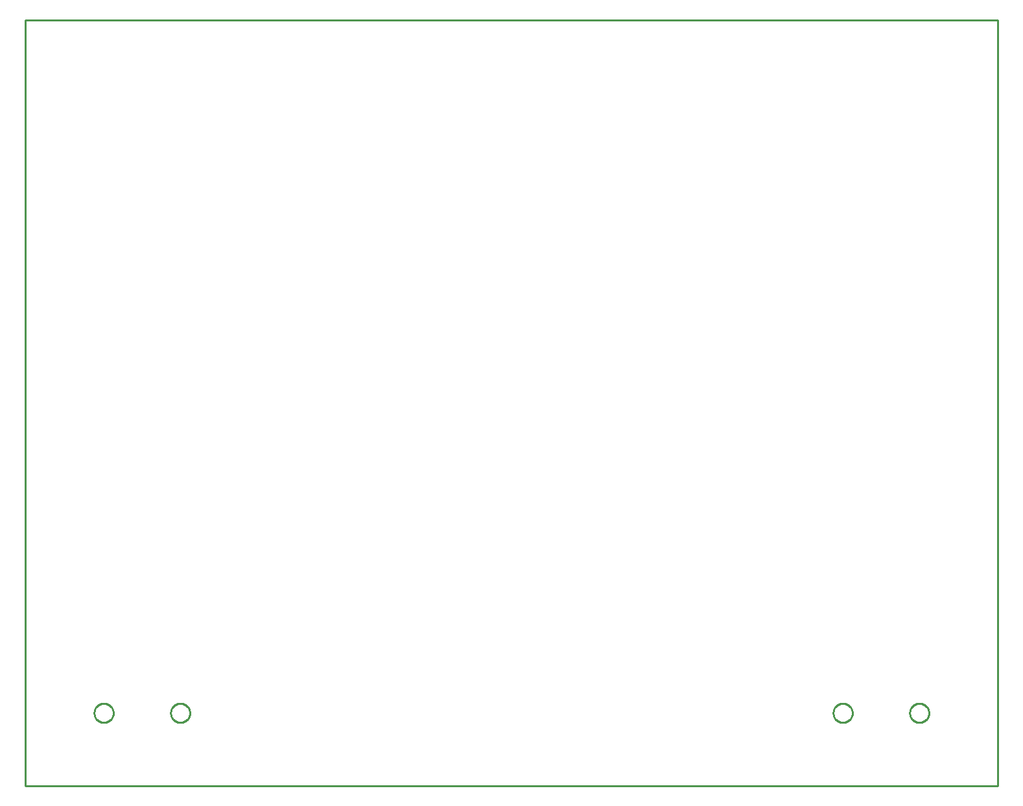
<source format=gbr>
G04 EAGLE Gerber RS-274X export*
G75*
%MOMM*%
%FSLAX34Y34*%
%LPD*%
%IN*%
%IPPOS*%
%AMOC8*
5,1,8,0,0,1.08239X$1,22.5*%
G01*
%ADD10C,0.254000*%


D10*
X0Y0D02*
X1269800Y0D01*
X1269800Y1000000D01*
X0Y1000000D01*
X0Y0D01*
X189900Y95591D02*
X189977Y96570D01*
X190131Y97541D01*
X190360Y98496D01*
X190664Y99430D01*
X191039Y100337D01*
X191485Y101212D01*
X191999Y102050D01*
X192576Y102845D01*
X193214Y103592D01*
X193908Y104286D01*
X194655Y104924D01*
X195450Y105501D01*
X196288Y106015D01*
X197163Y106461D01*
X198070Y106836D01*
X199004Y107140D01*
X199960Y107369D01*
X200930Y107523D01*
X201909Y107600D01*
X202891Y107600D01*
X203870Y107523D01*
X204841Y107369D01*
X205796Y107140D01*
X206730Y106836D01*
X207637Y106461D01*
X208512Y106015D01*
X209350Y105501D01*
X210145Y104924D01*
X210892Y104286D01*
X211586Y103592D01*
X212224Y102845D01*
X212801Y102050D01*
X213315Y101212D01*
X213761Y100337D01*
X214136Y99430D01*
X214440Y98496D01*
X214669Y97541D01*
X214823Y96570D01*
X214900Y95591D01*
X214900Y94609D01*
X214823Y93630D01*
X214669Y92660D01*
X214440Y91704D01*
X214136Y90770D01*
X213761Y89863D01*
X213315Y88988D01*
X212801Y88150D01*
X212224Y87355D01*
X211586Y86608D01*
X210892Y85914D01*
X210145Y85276D01*
X209350Y84699D01*
X208512Y84185D01*
X207637Y83739D01*
X206730Y83364D01*
X205796Y83060D01*
X204841Y82831D01*
X203870Y82677D01*
X202891Y82600D01*
X201909Y82600D01*
X200930Y82677D01*
X199960Y82831D01*
X199004Y83060D01*
X198070Y83364D01*
X197163Y83739D01*
X196288Y84185D01*
X195450Y84699D01*
X194655Y85276D01*
X193908Y85914D01*
X193214Y86608D01*
X192576Y87355D01*
X191999Y88150D01*
X191485Y88988D01*
X191039Y89863D01*
X190664Y90770D01*
X190360Y91704D01*
X190131Y92660D01*
X189977Y93630D01*
X189900Y94609D01*
X189900Y95591D01*
X89900Y95591D02*
X89977Y96570D01*
X90131Y97541D01*
X90360Y98496D01*
X90664Y99430D01*
X91039Y100337D01*
X91485Y101212D01*
X91999Y102050D01*
X92576Y102845D01*
X93214Y103592D01*
X93908Y104286D01*
X94655Y104924D01*
X95450Y105501D01*
X96288Y106015D01*
X97163Y106461D01*
X98070Y106836D01*
X99004Y107140D01*
X99960Y107369D01*
X100930Y107523D01*
X101909Y107600D01*
X102891Y107600D01*
X103870Y107523D01*
X104841Y107369D01*
X105796Y107140D01*
X106730Y106836D01*
X107637Y106461D01*
X108512Y106015D01*
X109350Y105501D01*
X110145Y104924D01*
X110892Y104286D01*
X111586Y103592D01*
X112224Y102845D01*
X112801Y102050D01*
X113315Y101212D01*
X113761Y100337D01*
X114136Y99430D01*
X114440Y98496D01*
X114669Y97541D01*
X114823Y96570D01*
X114900Y95591D01*
X114900Y94609D01*
X114823Y93630D01*
X114669Y92660D01*
X114440Y91704D01*
X114136Y90770D01*
X113761Y89863D01*
X113315Y88988D01*
X112801Y88150D01*
X112224Y87355D01*
X111586Y86608D01*
X110892Y85914D01*
X110145Y85276D01*
X109350Y84699D01*
X108512Y84185D01*
X107637Y83739D01*
X106730Y83364D01*
X105796Y83060D01*
X104841Y82831D01*
X103870Y82677D01*
X102891Y82600D01*
X101909Y82600D01*
X100930Y82677D01*
X99960Y82831D01*
X99004Y83060D01*
X98070Y83364D01*
X97163Y83739D01*
X96288Y84185D01*
X95450Y84699D01*
X94655Y85276D01*
X93908Y85914D01*
X93214Y86608D01*
X92576Y87355D01*
X91999Y88150D01*
X91485Y88988D01*
X91039Y89863D01*
X90664Y90770D01*
X90360Y91704D01*
X90131Y92660D01*
X89977Y93630D01*
X89900Y94609D01*
X89900Y95591D01*
X1155100Y95591D02*
X1155177Y96570D01*
X1155331Y97541D01*
X1155560Y98496D01*
X1155864Y99430D01*
X1156239Y100337D01*
X1156685Y101212D01*
X1157199Y102050D01*
X1157776Y102845D01*
X1158414Y103592D01*
X1159108Y104286D01*
X1159855Y104924D01*
X1160650Y105501D01*
X1161488Y106015D01*
X1162363Y106461D01*
X1163270Y106836D01*
X1164204Y107140D01*
X1165160Y107369D01*
X1166130Y107523D01*
X1167109Y107600D01*
X1168091Y107600D01*
X1169070Y107523D01*
X1170041Y107369D01*
X1170996Y107140D01*
X1171930Y106836D01*
X1172837Y106461D01*
X1173712Y106015D01*
X1174550Y105501D01*
X1175345Y104924D01*
X1176092Y104286D01*
X1176786Y103592D01*
X1177424Y102845D01*
X1178001Y102050D01*
X1178515Y101212D01*
X1178961Y100337D01*
X1179336Y99430D01*
X1179640Y98496D01*
X1179869Y97541D01*
X1180023Y96570D01*
X1180100Y95591D01*
X1180100Y94609D01*
X1180023Y93630D01*
X1179869Y92660D01*
X1179640Y91704D01*
X1179336Y90770D01*
X1178961Y89863D01*
X1178515Y88988D01*
X1178001Y88150D01*
X1177424Y87355D01*
X1176786Y86608D01*
X1176092Y85914D01*
X1175345Y85276D01*
X1174550Y84699D01*
X1173712Y84185D01*
X1172837Y83739D01*
X1171930Y83364D01*
X1170996Y83060D01*
X1170041Y82831D01*
X1169070Y82677D01*
X1168091Y82600D01*
X1167109Y82600D01*
X1166130Y82677D01*
X1165160Y82831D01*
X1164204Y83060D01*
X1163270Y83364D01*
X1162363Y83739D01*
X1161488Y84185D01*
X1160650Y84699D01*
X1159855Y85276D01*
X1159108Y85914D01*
X1158414Y86608D01*
X1157776Y87355D01*
X1157199Y88150D01*
X1156685Y88988D01*
X1156239Y89863D01*
X1155864Y90770D01*
X1155560Y91704D01*
X1155331Y92660D01*
X1155177Y93630D01*
X1155100Y94609D01*
X1155100Y95591D01*
X1055100Y95591D02*
X1055177Y96570D01*
X1055331Y97541D01*
X1055560Y98496D01*
X1055864Y99430D01*
X1056239Y100337D01*
X1056685Y101212D01*
X1057199Y102050D01*
X1057776Y102845D01*
X1058414Y103592D01*
X1059108Y104286D01*
X1059855Y104924D01*
X1060650Y105501D01*
X1061488Y106015D01*
X1062363Y106461D01*
X1063270Y106836D01*
X1064204Y107140D01*
X1065160Y107369D01*
X1066130Y107523D01*
X1067109Y107600D01*
X1068091Y107600D01*
X1069070Y107523D01*
X1070041Y107369D01*
X1070996Y107140D01*
X1071930Y106836D01*
X1072837Y106461D01*
X1073712Y106015D01*
X1074550Y105501D01*
X1075345Y104924D01*
X1076092Y104286D01*
X1076786Y103592D01*
X1077424Y102845D01*
X1078001Y102050D01*
X1078515Y101212D01*
X1078961Y100337D01*
X1079336Y99430D01*
X1079640Y98496D01*
X1079869Y97541D01*
X1080023Y96570D01*
X1080100Y95591D01*
X1080100Y94609D01*
X1080023Y93630D01*
X1079869Y92660D01*
X1079640Y91704D01*
X1079336Y90770D01*
X1078961Y89863D01*
X1078515Y88988D01*
X1078001Y88150D01*
X1077424Y87355D01*
X1076786Y86608D01*
X1076092Y85914D01*
X1075345Y85276D01*
X1074550Y84699D01*
X1073712Y84185D01*
X1072837Y83739D01*
X1071930Y83364D01*
X1070996Y83060D01*
X1070041Y82831D01*
X1069070Y82677D01*
X1068091Y82600D01*
X1067109Y82600D01*
X1066130Y82677D01*
X1065160Y82831D01*
X1064204Y83060D01*
X1063270Y83364D01*
X1062363Y83739D01*
X1061488Y84185D01*
X1060650Y84699D01*
X1059855Y85276D01*
X1059108Y85914D01*
X1058414Y86608D01*
X1057776Y87355D01*
X1057199Y88150D01*
X1056685Y88988D01*
X1056239Y89863D01*
X1055864Y90770D01*
X1055560Y91704D01*
X1055331Y92660D01*
X1055177Y93630D01*
X1055100Y94609D01*
X1055100Y95591D01*
M02*

</source>
